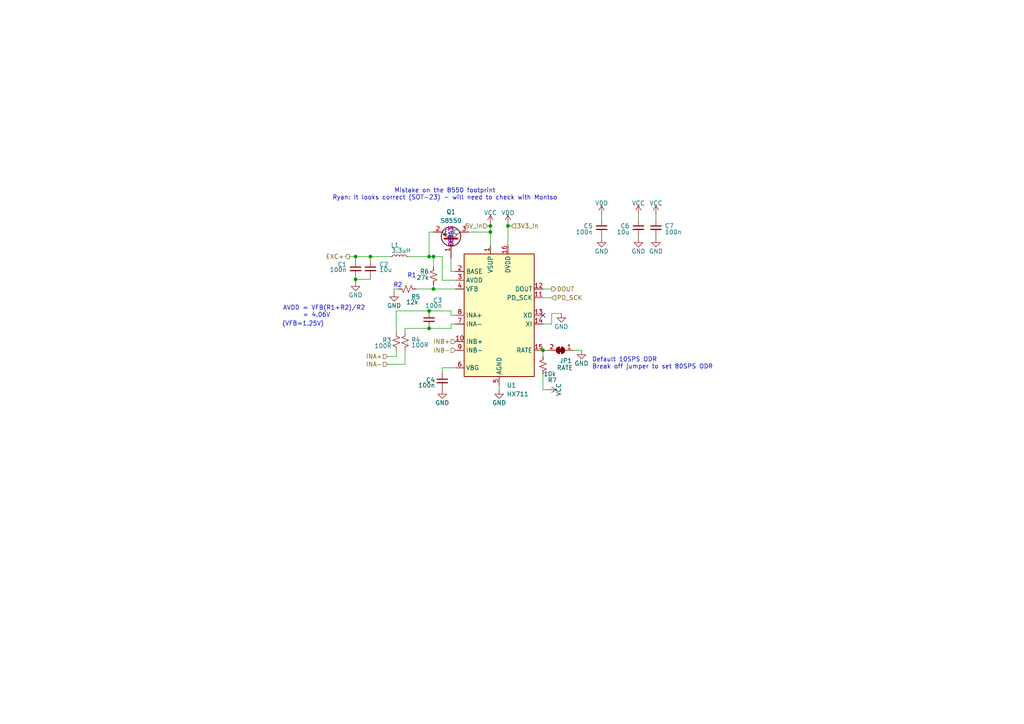
<source format=kicad_sch>
(kicad_sch (version 20231120) (generator "eeschema") (generator_version "8.0")
  (paper "A4")
  (title_block (title "HX711 Circuit") (date "2023-12-05") (rev "1.2.0") (company "https://learn.sparkfun.com/tutorials/load-cell-amplifier-hx711-breakout-hookup-guide"))
  (lib_symbols
    (symbol "Analog_ADC:HX711"
      (property "Reference" "U" (at 5.08 21.59 0))
      (property "Value" "HX711" (at 7.62 19.05 0))
      (symbol "HX711_0_1"
        (rectangle (start -10.16 17.78) (end 10.16 -17.78) (stroke (width 0.254)) (fill (type background)))
      )
      (symbol "HX711_1_1"
        (pin power_in line (at -2.54 20.32 270) (length 2.54) (name "VSUP") (number "1"))
        (pin input line (at -12.7 -7.62 0) (length 2.54) (name "INB+") (number "10"))
        (pin input line (at 12.7 5.08 180) (length 2.54) (name "PD_SCK") (number "11"))
        (pin output line (at 12.7 7.62 180) (length 2.54) (name "DOUT") (number "12"))
        (pin passive line (at 12.7 0 180) (length 2.54) (name "XO") (number "13"))
        (pin passive line (at 12.7 -2.54 180) (length 2.54) (name "XI") (number "14"))
        (pin input line (at 12.7 -10.16 180) (length 2.54) (name "RATE") (number "15"))
        (pin power_in line (at 2.54 20.32 270) (length 2.54) (name "DVDD") (number "16"))
        (pin passive line (at -12.7 12.7 0) (length 2.54) (name "BASE") (number "2"))
        (pin power_in line (at -12.7 10.16 0) (length 2.54) (name "AVDD") (number "3"))
        (pin input line (at -12.7 7.62 0) (length 2.54) (name "VFB") (number "4"))
        (pin power_in line (at 0 -20.32 90) (length 2.54) (name "AGND") (number "5"))
        (pin passive line (at -12.7 -15.24 0) (length 2.54) (name "VBG") (number "6"))
        (pin input line (at -12.7 -2.54 0) (length 2.54) (name "INA-") (number "7"))
        (pin input line (at -12.7 0 0) (length 2.54) (name "INA+") (number "8"))
        (pin input line (at -12.7 -10.16 0) (length 2.54) (name "INB-") (number "9"))
      )
    )
    (symbol "Device:C_Small" (pin_numbers hide) (pin_names (offset 0.254) hide)
      (property "Reference" "C" (at 0.254 1.778 0))
      (property "Value" "C_Small" (at 0.254 -2.032 0))
      (symbol "C_Small_0_1"
        (polyline (pts (xy -1.524 -0.508) (xy 1.524 -0.508)) (stroke (width 0.3302)))
        (polyline (pts (xy -1.524 0.508) (xy 1.524 0.508)) (stroke (width 0.3048)))
      )
      (symbol "C_Small_1_1"
        (pin passive line (at 0 2.54 270) (length 2.032) (name "~") (number "1"))
        (pin passive line (at 0 -2.54 90) (length 2.032) (name "~") (number "2"))
      )
    )
    (symbol "Device:L_Small" (pin_numbers hide) (pin_names (offset 0.254) hide)
      (property "Reference" "L" (at 0.762 1.016 0))
      (property "Value" "L_Small" (at 0.762 -1.016 0))
      (symbol "L_Small_0_1"
        (arc (start 0 -2.032) (mid 0.5058 -1.524) (end 0 -1.016))
        (arc (start 0 -1.016) (mid 0.5058 -0.508) (end 0 0))
        (arc (start 0 0) (mid 0.5058 0.508) (end 0 1.016))
        (arc (start 0 1.016) (mid 0.5058 1.524) (end 0 2.032))
      )
      (symbol "L_Small_1_1"
        (pin passive line (at 0 2.54 270) (length 0.508) (name "~") (number "1"))
        (pin passive line (at 0 -2.54 90) (length 0.508) (name "~") (number "2"))
      )
    )
    (symbol "Device:R_Small_US" (pin_numbers hide) (pin_names (offset 0.254) hide)
      (property "Reference" "R" (at 0.762 0.508 0))
      (property "Value" "R_Small_US" (at 0.762 -1.016 0))
      (symbol "R_Small_US_1_1"
        (polyline (pts (xy 0 0) (xy 1.016 -0.381) (xy 0 -0.762) (xy -1.016 -1.143) (xy 0 -1.524)))
        (polyline (pts (xy 0 1.524) (xy 1.016 1.143) (xy 0 0.762) (xy -1.016 0.381) (xy 0 0)))
        (pin passive line (at 0 2.54 270) (length 1.016) (name "~") (number "1"))
        (pin passive line (at 0 -2.54 90) (length 1.016) (name "~") (number "2"))
      )
    )
    (symbol "Jumper:SolderJumper_2_Bridged" (pin_names (offset 0) hide)
      (property "Reference" "JP" (at 0 2.032 0))
      (property "Value" "SolderJumper_2_Bridged" (at 0 -2.54 0))
      (symbol "SolderJumper_2_Bridged_0_1"
        (rectangle (start -0.508 0.508) (end 0.508 -0.508) (fill (type outline)))
        (arc (start -0.254 1.016) (mid -1.2656 0) (end -0.254 -1.016))
        (arc (start -0.254 1.016) (mid -1.2656 0) (end -0.254 -1.016) (fill (type outline)))
        (polyline (pts (xy -0.254 1.016) (xy -0.254 -1.016)))
        (polyline (pts (xy 0.254 1.016) (xy 0.254 -1.016)))
        (arc (start 0.254 -1.016) (mid 1.2656 0) (end 0.254 1.016))
        (arc (start 0.254 -1.016) (mid 1.2656 0) (end 0.254 1.016) (fill (type outline)))
      )
      (symbol "SolderJumper_2_Bridged_1_1"
        (pin passive line (at -3.81 0 0) (length 2.54) (name "A") (number "1"))
        (pin passive line (at 3.81 0 180) (length 2.54) (name "B") (number "2"))
      )
    )
    (symbol "UCT:S8550_SMD"
      (property "Reference" "Q" (at -5.08 7.62 0))
      (property "LCSC" "C8542" (at 0 0 0))
      (property "Extended" "0" (at 0 0 0))
      (property "Price" "0.013" (at 0 0 0))
      (symbol "S8550_SMD_0_1"
        (polyline (pts (xy -1.27 0) (xy -0.635 0)))
        (polyline (pts (xy 1.27 -2.54) (xy -0.635 -0.635)))
        (polyline (pts (xy 1.27 2.54) (xy -0.635 0.635)))
        (polyline (pts (xy -0.635 1.905) (xy -0.635 -1.905) (xy -0.635 -1.905)) (stroke (width 0.508)) (fill (type outline)))
        (polyline (pts (xy 0.508 -2.286) (xy 1.016 -1.778) (xy 0 -1.27) (xy 0.508 -2.286) (xy 0.508 -2.286)) (fill (type outline)))
        (circle (center 0 0) (radius 2.8194) (stroke (width 0.254)))
      )
      (symbol "S8550_SMD_1_1"
        (pin input line (at -6.35 0 0) (length 5.08) (name "B") (number "1"))
        (pin passive line (at 1.27 -5.08 90) (length 2.54) (name "E") (number "2"))
        (pin passive line (at 1.27 5.08 270) (length 2.54) (name "C") (number "3"))
      )
    )
    (symbol "power:GND" (power) (pin_names (offset 0))
      (property "Value" "GND" (at 0 -3.81 0))
      (symbol "GND_0_1"
        (polyline (pts (xy 0 0) (xy 0 -1.27) (xy 1.27 -1.27) (xy 0 -2.54) (xy -1.27 -1.27) (xy 0 -1.27)))
      )
      (symbol "GND_1_1"
        (pin power_in line (at 0 0 270) (length 0) hide (name "GND") (number "1"))
      )
    )
    (symbol "power:VCC" (power) (pin_names (offset 0))
      (property "Value" "VCC" (at 0 3.81 0))
      (symbol "VCC_0_1"
        (polyline (pts (xy -0.762 1.27) (xy 0 2.54)))
        (polyline (pts (xy 0 0) (xy 0 2.54)))
        (polyline (pts (xy 0 2.54) (xy 0.762 1.27)))
      )
      (symbol "VCC_1_1"
        (pin power_in line (at 0 0 90) (length 0) hide (name "VCC") (number "1"))
      )
    )
    (symbol "power:VDD" (power) (pin_names (offset 0))
      (property "Value" "VDD" (at 0 3.81 0))
      (symbol "VDD_0_1"
        (polyline (pts (xy -0.762 1.27) (xy 0 2.54)))
        (polyline (pts (xy 0 0) (xy 0 2.54)))
        (polyline (pts (xy 0 2.54) (xy 0.762 1.27)))
      )
      (symbol "VDD_1_1"
        (pin power_in line (at 0 0 90) (length 0) hide (name "VDD") (number "1"))
      )
    )
  )
  (junction (at 147.32 65.532))
  (junction (at 142.24 65.532))
  (junction (at 124.46 95.25))
  (junction (at 103.124 81.026))
  (junction (at 125.73 74.422))
  (junction (at 107.442 74.422))
  (junction (at 124.46 74.422))
  (junction (at 125.73 83.82))
  (junction (at 124.46 90.17))
  (junction (at 157.48 101.6))
  (junction (at 103.124 74.422))
  (junction (at 142.24 67.31))
  (no_connect (at 157.48 91.44))
  (wire (pts (xy 130.81 91.44) (xy 130.81 90.17)))
  (wire (pts (xy 114.935 90.17) (xy 124.46 90.17)))
  (wire (pts (xy 135.89 67.31) (xy 142.24 67.31)))
  (wire (pts (xy 142.24 65.024) (xy 142.24 65.532)))
  (wire (pts (xy 130.81 93.98) (xy 132.08 93.98)))
  (wire (pts (xy 157.48 101.6) (xy 157.48 103.378)))
  (wire (pts (xy 114.3 84.836) (xy 114.3 83.82)))
  (wire (pts (xy 124.46 67.31) (xy 124.46 74.422)))
  (wire (pts (xy 101.346 74.422) (xy 103.124 74.422)))
  (wire (pts (xy 160.02 90.932) (xy 162.814 90.932)))
  (wire (pts (xy 125.73 83.82) (xy 125.73 82.55)))
  (wire (pts (xy 117.475 101.6) (xy 117.475 105.664)))
  (wire (pts (xy 114.3 83.82) (xy 115.57 83.82)))
  (wire (pts (xy 103.124 81.026) (xy 103.124 81.788)))
  (wire (pts (xy 124.46 95.25) (xy 130.81 95.25)))
  (wire (pts (xy 112.395 105.664) (xy 117.475 105.664)))
  (wire (pts (xy 141.478 65.532) (xy 142.24 65.532)))
  (wire (pts (xy 147.32 65.532) (xy 148.336 65.532)))
  (wire (pts (xy 103.124 74.422) (xy 107.442 74.422)))
  (wire (pts (xy 190.246 69.088) (xy 190.246 68.58)))
  (wire (pts (xy 166.37 101.6) (xy 168.656 101.6)))
  (wire (pts (xy 114.935 90.17) (xy 114.935 96.52)))
  (wire (pts (xy 120.65 83.82) (xy 125.73 83.82)))
  (wire (pts (xy 114.935 103.378) (xy 114.935 101.6)))
  (wire (pts (xy 130.81 95.25) (xy 130.81 93.98)))
  (wire (pts (xy 107.442 80.518) (xy 107.442 81.026)))
  (wire (pts (xy 185.166 69.088) (xy 185.166 68.58)))
  (wire (pts (xy 160.02 93.98) (xy 157.48 93.98)))
  (wire (pts (xy 107.442 74.422) (xy 113.284 74.422)))
  (wire (pts (xy 124.46 90.17) (xy 130.81 90.17)))
  (wire (pts (xy 128.27 81.28) (xy 132.08 81.28)))
  (wire (pts (xy 130.81 74.93) (xy 130.81 78.74)))
  (wire (pts (xy 142.24 65.532) (xy 142.24 67.31)))
  (wire (pts (xy 128.27 74.422) (xy 128.27 81.28)))
  (wire (pts (xy 128.27 107.95) (xy 128.27 106.68)))
  (wire (pts (xy 128.27 106.68) (xy 132.08 106.68)))
  (wire (pts (xy 118.364 74.422) (xy 124.46 74.422)))
  (wire (pts (xy 125.73 67.31) (xy 124.46 67.31)))
  (wire (pts (xy 157.48 101.6) (xy 158.75 101.6)))
  (wire (pts (xy 103.124 75.438) (xy 103.124 74.422)))
  (wire (pts (xy 142.24 67.31) (xy 142.24 71.12)))
  (wire (pts (xy 117.475 95.25) (xy 124.46 95.25)))
  (wire (pts (xy 147.32 65.024) (xy 147.32 65.532)))
  (wire (pts (xy 132.08 91.44) (xy 130.81 91.44)))
  (wire (pts (xy 125.73 74.422) (xy 128.27 74.422)))
  (wire (pts (xy 107.442 81.026) (xy 103.124 81.026)))
  (wire (pts (xy 157.48 108.458) (xy 157.48 113.03)))
  (wire (pts (xy 124.46 74.422) (xy 125.73 74.422)))
  (wire (pts (xy 174.498 62.23) (xy 174.498 63.5)))
  (wire (pts (xy 185.166 62.23) (xy 185.166 63.5)))
  (wire (pts (xy 144.78 113.03) (xy 144.78 111.76)))
  (wire (pts (xy 190.246 62.23) (xy 190.246 63.5)))
  (wire (pts (xy 157.48 86.36) (xy 160.02 86.36)))
  (wire (pts (xy 107.442 74.422) (xy 107.442 75.438)))
  (wire (pts (xy 125.73 83.82) (xy 132.08 83.82)))
  (wire (pts (xy 103.124 80.518) (xy 103.124 81.026)))
  (wire (pts (xy 174.498 69.088) (xy 174.498 68.58)))
  (wire (pts (xy 147.32 65.532) (xy 147.32 71.12)))
  (wire (pts (xy 157.48 113.03) (xy 158.75 113.03)))
  (wire (pts (xy 117.475 95.25) (xy 117.475 96.52)))
  (wire (pts (xy 160.02 90.932) (xy 160.02 93.98)))
  (wire (pts (xy 125.73 74.422) (xy 125.73 77.47)))
  (wire (pts (xy 157.48 83.82) (xy 160.02 83.82)))
  (wire (pts (xy 112.395 103.378) (xy 114.935 103.378)))
  (wire (pts (xy 130.81 78.74) (xy 132.08 78.74)))
  (text "R1" (at 118.11 80.772 0) (effects (font (size 1.27 1.27)) (justify left bottom)))
  (text "Default 10SPS ODR\nBreak off jumper to set 80SPS ODR" (at 171.704 107.188 0) (effects (font (size 1.27 1.27)) (justify left bottom)))
  (text "AVDD = VFB(R1+R2)/R2\n	 = 4.06V" (at 82.042 92.202 0) (effects (font (size 1.27 1.27)) (justify left bottom)))
  (text "(VFB=1.25V)" (at 81.788 94.742 0) (effects (font (size 1.27 1.27)) (justify left bottom)))
  (text "Mistake on the 8550 footprint\nRyan: It looks correct (SOT-23) - will need to check with Montso" (at 129.032 58.166 0) (effects (font (size 1.27 1.27)) (justify bottom)))
  (text "R2" (at 114.046 83.566 0) (effects (font (size 1.27 1.27)) (justify left bottom)))
  (hierarchical_label "EXC+" (shape output) (at 101.346 74.422 180))
  (hierarchical_label "INB+" (shape input) (at 132.08 99.06 180))
  (hierarchical_label "DOUT" (shape output) (at 160.02 83.82 0))
  (hierarchical_label "3V3_In" (shape input) (at 148.336 65.532 0))
  (hierarchical_label "5V_In" (shape input) (at 141.478 65.532 180))
  (hierarchical_label "INA+" (shape input) (at 112.395 103.378 180))
  (hierarchical_label "INA-" (shape input) (at 112.395 105.664 180))
  (hierarchical_label "INB-" (shape input) (at 132.08 101.6 180))
  (hierarchical_label "PD_SCK" (shape input) (at 160.02 86.36 0))
  (symbol (lib_id "power:VDD") (at 174.498 62.23 0) (unit 1)
    (property "Reference" "#PWR028" (effects (hide yes)))
    (property "Value" "VDD" (at 174.498 58.928 0))
  )
  (symbol (lib_id "power:VDD") (at 147.32 65.024 0) (unit 1)
    (property "Reference" "#PWR024" (effects (hide yes)))
    (property "Value" "VDD" (at 147.32 61.722 0))
  )
  (symbol (lib_id "power:GND") (at 168.656 101.6 0) (unit 1)
    (property "Reference" "#PWR027" (effects (hide yes)))
    (property "Value" "GND" (at 168.656 105.41 0))
  )
  (symbol (lib_id "Device:C_Small") (at 103.124 77.978 0) (mirror y) (unit 1)
    (property "Reference" "C1" (at 100.584 76.7143 0) (effects (justify left)))
    (property "Value" "100n" (at 100.584 78.232 0) (effects (justify left)))
    (property "Footprint" "Capacitor_SMD:C_0402_1005Metric" (effects (hide yes)))
    (property "Datasheet" "https://datasheet.datasheetarchive.com/originals/distributors/Datasheets-DGA10/2408147.pdf" (effects (hide yes)))
    (property "Extended" "0" (effects (hide yes)))
    (property "LCSC" "C1525" (effects (hide yes)))
  )
  (symbol (lib_id "Device:C_Small") (at 124.46 92.71 0) (mirror y) (unit 1)
    (property "Reference" "C3" (at 128.27 87.122 0) (effects (justify left)))
    (property "Value" "100n" (at 128.27 88.646 0) (effects (justify left)))
    (property "Footprint" "Capacitor_SMD:C_0402_1005Metric" (effects (hide yes)))
    (property "Datasheet" "https://datasheet.datasheetarchive.com/originals/distributors/Datasheets-DGA10/2408147.pdf" (effects (hide yes)))
    (property "Extended" "0" (effects (hide yes)))
    (property "LCSC" "C1525" (effects (hide yes)))
  )
  (symbol (lib_id "Device:R_Small_US") (at 114.935 99.06 180) (unit 1)
    (property "Reference" "R3" (at 113.538 98.679 0) (effects (justify left)))
    (property "Value" "100R" (at 113.665 100.33 0) (effects (justify left)))
    (property "Footprint" "Resistor_SMD:R_0603_1608Metric" (effects (hide yes)))
    (property "Datasheet" "https://wmsc.lcsc.com/wmsc/upload/file/pdf/v2/lcsc/2206010130_UNI-ROYAL-Uniroyal-Elec-0603WAF1000T5E_C22775.pdf" (effects (hide yes)))
    (property "Extended" "0" (effects (hide yes)))
    (property "LCSC" "C22775" (effects (hide yes)))
  )
  (symbol (lib_id "power:GND") (at 144.78 113.03 0) (unit 1)
    (property "Reference" "#PWR023" (effects (hide yes)))
    (property "Value" "GND" (at 144.78 116.84 0))
  )
  (symbol (lib_id "Device:R_Small_US") (at 117.475 99.06 0) (mirror x) (unit 1)
    (property "Reference" "R4" (at 119.253 98.552 0) (effects (justify left)))
    (property "Value" "100R" (at 119.253 100.076 0) (effects (justify left)))
    (property "Footprint" "Resistor_SMD:R_0603_1608Metric" (effects (hide yes)))
    (property "Datasheet" "https://wmsc.lcsc.com/wmsc/upload/file/pdf/v2/lcsc/2206010130_UNI-ROYAL-Uniroyal-Elec-0603WAF1000T5E_C22775.pdf" (effects (hide yes)))
    (property "Extended" "0" (effects (hide yes)))
    (property "LCSC" "C22775" (effects (hide yes)))
  )
  (symbol (lib_id "Jumper:SolderJumper_2_Bridged") (at 162.56 101.6 180) (unit 1)
    (property "Reference" "JP1" (at 164.084 104.648 0))
    (property "Value" "RATE" (at 163.83 106.68 0))
    (property "Footprint" "Jumper:SolderJumper-2_P1.3mm_Bridged_RoundedPad1.0x1.5mm" (effects (hide yes)))
  )
  (symbol (lib_id "UCT:S8550_SMD") (at 130.81 68.58 270) (mirror x) (unit 1)
    (property "Reference" "Q1" (at 130.81 61.468 90))
    (property "Value" "S8550" (at 130.81 64.008 90))
    (property "Footprint" "Package_TO_SOT_SMD:SOT-23" (effects (hide yes)))
    (property "Datasheet" "https://datasheet.lcsc.com/lcsc/1810161212_Jiangsu-Changjing-Electronics-Technology-Co---Ltd--SS8550-Y2_C8542.pdf" (effects (hide yes)))
    (property "LCSC" "C8542" (at 130.81 68.58 0))
    (property "Extended" "0" (at 130.81 68.58 0))
    (property "Price" "0.013" (at 130.81 68.58 0))
    (instances (project "PS_motherboard" (path "" (reference "Q1") (unit 1))) (project "flexo" (path "" (reference "Q6") (unit 1))))
  )
  (symbol (lib_id "power:GND") (at 185.166 69.088 0) (unit 1)
    (property "Reference" "#PWR031" (effects (hide yes)))
    (property "Value" "GND" (at 185.166 72.898 0))
  )
  (symbol (lib_id "Device:L_Small") (at 115.824 74.422 90) (unit 1)
    (property "Reference" "L1" (at 114.554 71.12 90))
    (property "Value" "3.3uH" (at 116.332 72.644 90))
  )
  (symbol (lib_id "Device:C_Small") (at 185.166 66.04 0) (mirror y) (unit 1)
    (property "Reference" "C6" (at 182.626 65.532 0) (effects (justify left)))
    (property "Value" "10u" (at 182.626 67.3163 0) (effects (justify left)))
    (property "Footprint" "Capacitor_SMD:C_0603_1608Metric" (effects (hide yes)))
    (property "Datasheet" "https://datasheet.datasheetarchive.com/originals/distributors/Datasheets-DGA10/2415998.pdf" (effects (hide yes)))
    (property "Extended" "0" (effects (hide yes)))
    (property "LCSC" "C19702" (effects (hide yes)))
  )
  (symbol (lib_id "power:GND") (at 162.814 90.932 0) (unit 1)
    (property "Reference" "#PWR026" (effects (hide yes)))
    (property "Value" "GND" (at 162.814 94.742 0))
  )
  (symbol (lib_id "Device:R_Small_US") (at 125.73 80.01 0) (mirror y) (unit 1)
    (property "Reference" "R6" (at 124.46 78.74 0) (effects (justify left)))
    (property "Value" "27k" (at 124.46 80.518 0) (effects (justify left)))
    (property "Footprint" "Resistor_SMD:R_0603_1608Metric" (effects (hide yes)))
    (property "Datasheet" "https://wmsc.lcsc.com/wmsc/upload/file/pdf/v2/lcsc/2206010130_UNI-ROYAL-Uniroyal-Elec-0603WAF2702T5E_C22967.pdf" (effects (hide yes)))
    (property "Extended" "0" (effects (hide yes)))
    (property "LCSC" "C22967" (effects (hide yes)))
  )
  (symbol (lib_id "power:VCC") (at 190.246 62.23 0) (mirror y) (unit 1)
    (property "Reference" "#PWR032" (effects (hide yes)))
    (property "Value" "VCC" (at 190.246 58.928 0))
  )
  (symbol (lib_id "Device:R_Small_US") (at 118.11 83.82 90) (mirror x) (unit 1)
    (property "Reference" "R5" (at 121.92 86.106 90) (effects (justify left)))
    (property "Value" "12k" (at 121.412 87.63 90) (effects (justify left)))
    (property "Footprint" "Resistor_SMD:R_0603_1608Metric" (effects (hide yes)))
    (property "Datasheet" "https://wmsc.lcsc.com/wmsc/upload/file/pdf/v2/lcsc/2206010130_UNI-ROYAL-Uniroyal-Elec-0603WAF1202T5E_C22790.pdf" (effects (hide yes)))
    (property "Extended" "0" (effects (hide yes)))
    (property "LCSC" "C22790" (effects (hide yes)))
  )
  (symbol (lib_id "Device:C_Small") (at 190.246 66.04 0) (unit 1)
    (property "Reference" "C7" (at 192.786 65.532 0) (effects (justify left)))
    (property "Value" "100n" (at 192.786 67.3163 0) (effects (justify left)))
    (property "Footprint" "Capacitor_SMD:C_0402_1005Metric" (effects (hide yes)))
    (property "Datasheet" "https://datasheet.datasheetarchive.com/originals/distributors/Datasheets-DGA10/2408147.pdf" (effects (hide yes)))
    (property "Extended" "0" (effects (hide yes)))
    (property "LCSC" "C1525" (effects (hide yes)))
  )
  (symbol (lib_id "Device:C_Small") (at 174.498 66.04 0) (mirror y) (unit 1)
    (property "Reference" "C5" (at 171.958 65.532 0) (effects (justify left)))
    (property "Value" "100n" (at 171.958 67.3163 0) (effects (justify left)))
    (property "Footprint" "Capacitor_SMD:C_0402_1005Metric" (effects (hide yes)))
    (property "Datasheet" "https://datasheet.datasheetarchive.com/originals/distributors/Datasheets-DGA10/2408147.pdf" (effects (hide yes)))
    (property "Extended" "0" (effects (hide yes)))
    (property "LCSC" "C1525" (effects (hide yes)))
  )
  (symbol (lib_id "Device:C_Small") (at 107.442 77.978 0) (unit 1)
    (property "Reference" "C2" (at 109.982 76.7143 0) (effects (justify left)))
    (property "Value" "10u" (at 109.982 78.232 0) (effects (justify left)))
    (property "Footprint" "Capacitor_SMD:C_0603_1608Metric" (effects (hide yes)))
    (property "Datasheet" "https://datasheet.datasheetarchive.com/originals/distributors/Datasheets-DGA10/2415998.pdf" (effects (hide yes)))
    (property "Extended" "0" (effects (hide yes)))
    (property "LCSC" "C19702" (effects (hide yes)))
  )
  (symbol (lib_id "Device:C_Small") (at 128.27 110.49 0) (mirror y) (unit 1)
    (property "Reference" "C4" (at 126.238 110.2297 0) (effects (justify left)))
    (property "Value" "100n" (at 126.238 111.76 0) (effects (justify left)))
    (property "Footprint" "Capacitor_SMD:C_0402_1005Metric" (effects (hide yes)))
    (property "Datasheet" "https://datasheet.datasheetarchive.com/originals/distributors/Datasheets-DGA10/2408147.pdf" (effects (hide yes)))
    (property "Extended" "0" (effects (hide yes)))
    (property "LCSC" "C1525" (effects (hide yes)))
  )
  (symbol (lib_id "power:VCC") (at 158.75 113.03 270) (unit 1)
    (property "Reference" "#PWR025" (effects (hide yes)))
    (property "Value" "VCC" (at 162.052 113.03 0))
  )
  (symbol (lib_id "power:GND") (at 103.124 81.788 0) (unit 1)
    (property "Reference" "#PWR019" (effects (hide yes)))
    (property "Value" "GND" (at 103.124 85.598 0))
  )
  (symbol (lib_id "power:VCC") (at 185.166 62.23 0) (unit 1)
    (property "Reference" "#PWR030" (effects (hide yes)))
    (property "Value" "VCC" (at 185.166 58.928 0))
  )
  (symbol (lib_id "Device:R_Small_US") (at 157.48 105.918 0) (mirror y) (unit 1)
    (property "Reference" "R7" (at 161.544 110.236 0) (effects (justify left)))
    (property "Value" "10k" (at 161.29 108.458 0) (effects (justify left)))
    (property "Footprint" "Resistor_SMD:R_0402_1005Metric" (effects (hide yes)))
    (property "Datasheet" "https://wmsc.lcsc.com/wmsc/upload/file/pdf/v2/lcsc/2206010045_UNI-ROYAL-Uniroyal-Elec-0603WAF1002T5E_C25804.pdf" (effects (hide yes)))
    (property "Extended" "0" (effects (hide yes)))
    (property "LCSC" "C25804" (effects (hide yes)))
  )
  (symbol (lib_id "power:GND") (at 190.246 69.088 0) (mirror y) (unit 1)
    (property "Reference" "#PWR033" (effects (hide yes)))
    (property "Value" "GND" (at 190.246 72.898 0))
  )
  (symbol (lib_id "power:GND") (at 128.27 113.03 0) (unit 1)
    (property "Reference" "#PWR021" (effects (hide yes)))
    (property "Value" "GND" (at 128.27 116.84 0))
  )
  (symbol (lib_id "Analog_ADC:HX711") (at 144.78 91.44 0) (unit 1)
    (property "Reference" "U1" (at 146.9741 111.76 0) (effects (justify left)))
    (property "Value" "HX711" (at 146.9741 114.3 0) (effects (justify left)))
    (property "Footprint" "Package_SO:SOP-16_3.9x9.9mm_P1.27mm" (effects (hide yes)))
    (property "Datasheet" "https://cdn.sparkfun.com/datasheets/Sensors/ForceFlex/hx711_english.pdf" (effects (hide yes)))
    (property "Extended" "1" (effects (hide yes)))
    (property "LCSC" "C6705483" (effects (hide yes)))
  )
  (symbol (lib_id "power:VCC") (at 142.24 65.024 0) (unit 1)
    (property "Reference" "#PWR022" (effects (hide yes)))
    (property "Value" "VCC" (at 142.24 61.722 0))
  )
  (symbol (lib_id "power:GND") (at 174.498 69.088 0) (unit 1)
    (property "Reference" "#PWR029" (effects (hide yes)))
    (property "Value" "GND" (at 174.498 72.898 0))
  )
  (symbol (lib_id "power:GND") (at 114.3 84.836 0) (unit 1)
    (property "Reference" "#PWR020" (effects (hide yes)))
    (property "Value" "GND" (at 114.3 88.646 0))
  )
)
</source>
